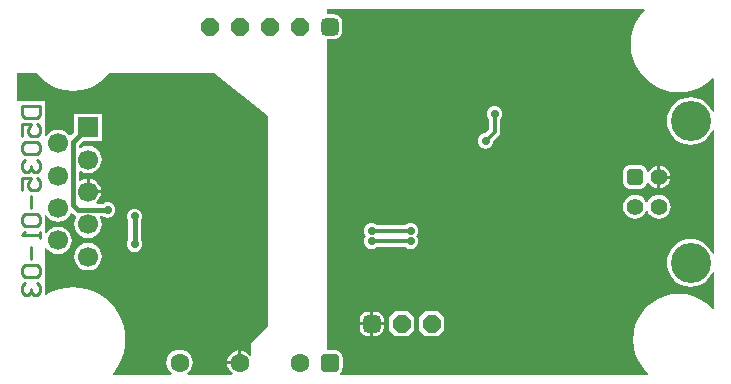
<source format=gbl>
G04*
G04 #@! TF.GenerationSoftware,Altium Limited,Altium Designer,20.1.12 (249)*
G04*
G04 Layer_Physical_Order=2*
G04 Layer_Color=16711680*
%FSLAX25Y25*%
%MOIN*%
G70*
G04*
G04 #@! TF.SameCoordinates,324E50B1-46C9-4148-88D5-78795315F549*
G04*
G04*
G04 #@! TF.FilePolarity,Positive*
G04*
G01*
G75*
%ADD62C,0.01181*%
%ADD63C,0.01575*%
G04:AMPARAMS|DCode=68|XSize=59.06mil|YSize=59.06mil|CornerRadius=14.76mil|HoleSize=0mil|Usage=FLASHONLY|Rotation=0.000|XOffset=0mil|YOffset=0mil|HoleType=Round|Shape=RoundedRectangle|*
%AMROUNDEDRECTD68*
21,1,0.05906,0.02953,0,0,0.0*
21,1,0.02953,0.05906,0,0,0.0*
1,1,0.02953,0.01476,-0.01476*
1,1,0.02953,-0.01476,-0.01476*
1,1,0.02953,-0.01476,0.01476*
1,1,0.02953,0.01476,0.01476*
%
%ADD68ROUNDEDRECTD68*%
%ADD69P,0.06392X8X22.5*%
%ADD70C,0.13386*%
%ADD71C,0.05512*%
G04:AMPARAMS|DCode=72|XSize=55.12mil|YSize=55.12mil|CornerRadius=13.78mil|HoleSize=0mil|Usage=FLASHONLY|Rotation=90.000|XOffset=0mil|YOffset=0mil|HoleType=Round|Shape=RoundedRectangle|*
%AMROUNDEDRECTD72*
21,1,0.05512,0.02756,0,0,90.0*
21,1,0.02756,0.05512,0,0,90.0*
1,1,0.02756,0.01378,0.01378*
1,1,0.02756,0.01378,-0.01378*
1,1,0.02756,-0.01378,-0.01378*
1,1,0.02756,-0.01378,0.01378*
%
%ADD72ROUNDEDRECTD72*%
%ADD73R,0.06693X0.06693*%
%ADD74C,0.06693*%
%ADD75C,0.06299*%
G04:AMPARAMS|DCode=76|XSize=62.99mil|YSize=62.99mil|CornerRadius=15.75mil|HoleSize=0mil|Usage=FLASHONLY|Rotation=0.000|XOffset=0mil|YOffset=0mil|HoleType=Round|Shape=RoundedRectangle|*
%AMROUNDEDRECTD76*
21,1,0.06299,0.03150,0,0,0.0*
21,1,0.03150,0.06299,0,0,0.0*
1,1,0.03150,0.01575,-0.01575*
1,1,0.03150,-0.01575,-0.01575*
1,1,0.03150,-0.01575,0.01575*
1,1,0.03150,0.01575,0.01575*
%
%ADD76ROUNDEDRECTD76*%
%ADD77C,0.02756*%
%ADD78C,0.01000*%
G36*
X87500Y90261D02*
X87500Y20000D01*
X81957Y14457D01*
Y10481D01*
X81457Y10311D01*
X80959Y10960D01*
X80093Y11625D01*
X79083Y12043D01*
X78500Y12120D01*
Y8000D01*
X78000D01*
Y7500D01*
X73880D01*
X73957Y6917D01*
X74375Y5907D01*
X75041Y5040D01*
X75783Y4471D01*
X75632Y3971D01*
X60716D01*
X60546Y4471D01*
X61102Y4898D01*
X61799Y5806D01*
X62238Y6865D01*
X62387Y8000D01*
X62238Y9136D01*
X61799Y10194D01*
X61102Y11102D01*
X60194Y11799D01*
X59136Y12238D01*
X58000Y12387D01*
X56865Y12238D01*
X55806Y11799D01*
X54898Y11102D01*
X54201Y10194D01*
X53762Y9136D01*
X53613Y8000D01*
X53762Y6865D01*
X54201Y5806D01*
X54898Y4898D01*
X55454Y4471D01*
X55284Y3971D01*
X35985D01*
X35778Y4426D01*
X36372Y5103D01*
X37643Y7005D01*
X38655Y9057D01*
X39390Y11223D01*
X39836Y13466D01*
X39985Y15748D01*
X39836Y18030D01*
X39390Y20274D01*
X38655Y22439D01*
X37643Y24491D01*
X36372Y26392D01*
X34864Y28112D01*
X33145Y29620D01*
X31243Y30891D01*
X29191Y31903D01*
X27026Y32638D01*
X24782Y33084D01*
X22500Y33233D01*
X20218Y33084D01*
X17974Y32638D01*
X15809Y31903D01*
X13757Y30891D01*
X13541Y30746D01*
X13100Y30982D01*
Y46302D01*
X13600Y46394D01*
X14257Y45537D01*
X15207Y44808D01*
X16313Y44350D01*
X17500Y44194D01*
X18687Y44350D01*
X19793Y44808D01*
X20743Y45537D01*
X21471Y46487D01*
X21929Y47593D01*
X22086Y48779D01*
X21929Y49966D01*
X21471Y51072D01*
X20743Y52022D01*
X19793Y52751D01*
X18687Y53209D01*
X17500Y53365D01*
X16313Y53209D01*
X15207Y52751D01*
X14257Y52022D01*
X13600Y51165D01*
X13100Y51257D01*
Y57089D01*
X13600Y57181D01*
X14257Y56324D01*
X15207Y55596D01*
X16313Y55137D01*
X17500Y54981D01*
X18687Y55137D01*
X19793Y55596D01*
X20743Y56324D01*
X21471Y57274D01*
X21706Y57841D01*
X22196Y57938D01*
X22567Y57567D01*
X23224Y57128D01*
X23465Y57080D01*
X23641Y56612D01*
X23529Y56466D01*
X23071Y55360D01*
X22914Y54173D01*
X23071Y52986D01*
X23529Y51880D01*
X24257Y50931D01*
X25207Y50202D01*
X26313Y49744D01*
X27500Y49588D01*
X28687Y49744D01*
X29793Y50202D01*
X30743Y50931D01*
X31471Y51880D01*
X31929Y52986D01*
X32086Y54173D01*
X31929Y55360D01*
X31471Y56466D01*
X31426Y56525D01*
X31647Y56974D01*
X32406D01*
X32700Y56748D01*
X33327Y56488D01*
X34000Y56400D01*
X34673Y56488D01*
X35300Y56748D01*
X35839Y57161D01*
X36252Y57700D01*
X36512Y58327D01*
X36600Y59000D01*
X36512Y59673D01*
X36252Y60300D01*
X35839Y60839D01*
X35300Y61252D01*
X34673Y61512D01*
X34000Y61600D01*
X33327Y61512D01*
X32700Y61252D01*
X32406Y61026D01*
X30334D01*
X30164Y61526D01*
X30600Y61861D01*
X31297Y62769D01*
X31735Y63826D01*
X31818Y64461D01*
X27500D01*
Y64961D01*
X27000D01*
Y69279D01*
X26365Y69195D01*
X25308Y68757D01*
X24975Y68502D01*
X24526Y68723D01*
Y71734D01*
X24975Y71955D01*
X25207Y71777D01*
X26313Y71319D01*
X27500Y71162D01*
X28687Y71319D01*
X29793Y71777D01*
X30743Y72505D01*
X31471Y73455D01*
X31929Y74561D01*
X32086Y75748D01*
X31929Y76935D01*
X31471Y78041D01*
X30743Y78991D01*
X29793Y79719D01*
X28687Y80177D01*
X27500Y80334D01*
X26313Y80177D01*
X25207Y79719D01*
X24975Y79541D01*
X24526Y79762D01*
Y80696D01*
X25819Y81989D01*
X32046D01*
Y91082D01*
X22954D01*
Y84855D01*
X21855Y83756D01*
X21191Y83799D01*
X20743Y84384D01*
X19793Y85113D01*
X18687Y85571D01*
X17500Y85727D01*
X16313Y85571D01*
X15207Y85113D01*
X14257Y84384D01*
X13600Y83527D01*
X13100Y83620D01*
Y95100D01*
X3971D01*
Y104500D01*
X10405D01*
X11520Y103194D01*
X13373Y101611D01*
X15451Y100338D01*
X17702Y99406D01*
X20071Y98837D01*
X22500Y98646D01*
X24929Y98837D01*
X27298Y99406D01*
X29549Y100338D01*
X31627Y101611D01*
X33479Y103194D01*
X34595Y104500D01*
X69500D01*
X87500Y90261D01*
D02*
G37*
G36*
X212997Y125739D02*
X213047Y125450D01*
X211455Y123585D01*
X210142Y121443D01*
X209180Y119122D01*
X208594Y116678D01*
X208396Y114173D01*
X208594Y111668D01*
X209180Y109225D01*
X210142Y106903D01*
X211455Y104761D01*
X213087Y102850D01*
X214997Y101218D01*
X217140Y99905D01*
X219461Y98944D01*
X221904Y98357D01*
X224410Y98160D01*
X226915Y98357D01*
X229358Y98944D01*
X231679Y99905D01*
X233822Y101218D01*
X235686Y102811D01*
X235975Y102761D01*
X236187Y102683D01*
Y91650D01*
X235686Y91576D01*
X235674Y91618D01*
X234941Y92989D01*
X233955Y94191D01*
X232753Y95177D01*
X231382Y95910D01*
X229894Y96361D01*
X228346Y96514D01*
X226799Y96361D01*
X225311Y95910D01*
X223940Y95177D01*
X222738Y94191D01*
X221752Y92989D01*
X221019Y91618D01*
X220568Y90130D01*
X220415Y88583D01*
X220568Y87035D01*
X221019Y85548D01*
X221752Y84176D01*
X222738Y82974D01*
X223940Y81988D01*
X225311Y81255D01*
X226799Y80804D01*
X228346Y80652D01*
X229894Y80804D01*
X231382Y81255D01*
X232753Y81988D01*
X233955Y82974D01*
X234941Y84176D01*
X235674Y85548D01*
X235686Y85589D01*
X236187Y85515D01*
Y44406D01*
X235686Y44332D01*
X235674Y44374D01*
X234941Y45745D01*
X233955Y46947D01*
X232753Y47933D01*
X231382Y48666D01*
X229894Y49117D01*
X228346Y49270D01*
X226799Y49117D01*
X225311Y48666D01*
X223940Y47933D01*
X222738Y46947D01*
X221752Y45745D01*
X221019Y44374D01*
X220568Y42886D01*
X220415Y41339D01*
X220568Y39791D01*
X221019Y38304D01*
X221752Y36932D01*
X222738Y35730D01*
X223940Y34744D01*
X225311Y34011D01*
X226799Y33560D01*
X228346Y33408D01*
X229894Y33560D01*
X231382Y34011D01*
X232753Y34744D01*
X233955Y35730D01*
X234941Y36932D01*
X235674Y38304D01*
X235686Y38345D01*
X236187Y38271D01*
Y26049D01*
X235718Y25876D01*
X235174Y26513D01*
X233358Y28064D01*
X231321Y29312D01*
X229114Y30226D01*
X226791Y30784D01*
X224410Y30971D01*
X222028Y30784D01*
X219705Y30226D01*
X217498Y29312D01*
X215461Y28064D01*
X213645Y26513D01*
X212093Y24696D01*
X210845Y22659D01*
X209931Y20452D01*
X209374Y18129D01*
X209186Y15748D01*
X209374Y13367D01*
X209931Y11044D01*
X210845Y8837D01*
X212093Y6800D01*
X213645Y4984D01*
X214281Y4440D01*
X214108Y3971D01*
X111756D01*
X111591Y4358D01*
X111573Y4471D01*
X111999Y5026D01*
X112278Y5701D01*
X112373Y6425D01*
Y9575D01*
X112278Y10299D01*
X111999Y10974D01*
X111554Y11554D01*
X110974Y11999D01*
X110299Y12278D01*
X109575Y12374D01*
X107000D01*
Y115824D01*
X109476D01*
X110175Y115916D01*
X110826Y116186D01*
X111385Y116615D01*
X111814Y117174D01*
X112084Y117825D01*
X112176Y118524D01*
Y121476D01*
X112084Y122175D01*
X111814Y122826D01*
X111385Y123385D01*
X110826Y123814D01*
X110175Y124084D01*
X109476Y124176D01*
X107000D01*
Y125950D01*
X212919D01*
X212997Y125739D01*
D02*
G37*
%LPC*%
G36*
X28000Y69279D02*
Y65461D01*
X31818D01*
X31735Y66095D01*
X31297Y67153D01*
X30600Y68061D01*
X29692Y68757D01*
X28635Y69195D01*
X28000Y69279D01*
D02*
G37*
G36*
X43000Y59366D02*
X42327Y59277D01*
X41700Y59017D01*
X41161Y58604D01*
X40748Y58065D01*
X40488Y57438D01*
X40400Y56765D01*
X40488Y56092D01*
X40748Y55465D01*
X40974Y55171D01*
Y49094D01*
X40748Y48800D01*
X40488Y48173D01*
X40400Y47500D01*
X40488Y46827D01*
X40748Y46200D01*
X41161Y45661D01*
X41700Y45248D01*
X42327Y44988D01*
X43000Y44900D01*
X43673Y44988D01*
X44300Y45248D01*
X44839Y45661D01*
X45252Y46200D01*
X45512Y46827D01*
X45600Y47500D01*
X45512Y48173D01*
X45252Y48800D01*
X45026Y49094D01*
Y55171D01*
X45252Y55465D01*
X45512Y56092D01*
X45600Y56765D01*
X45512Y57438D01*
X45252Y58065D01*
X44839Y58604D01*
X44300Y59017D01*
X43673Y59277D01*
X43000Y59366D01*
D02*
G37*
G36*
X27500Y47971D02*
X26313Y47815D01*
X25207Y47357D01*
X24257Y46628D01*
X23529Y45679D01*
X23071Y44573D01*
X22914Y43386D01*
X23071Y42199D01*
X23529Y41093D01*
X24257Y40143D01*
X25207Y39415D01*
X26313Y38956D01*
X27500Y38800D01*
X28687Y38956D01*
X29793Y39415D01*
X30743Y40143D01*
X31471Y41093D01*
X31929Y42199D01*
X32086Y43386D01*
X31929Y44573D01*
X31471Y45679D01*
X30743Y46628D01*
X29793Y47357D01*
X28687Y47815D01*
X27500Y47971D01*
D02*
G37*
G36*
X77500Y12120D02*
X76917Y12043D01*
X75907Y11625D01*
X75041Y10960D01*
X74375Y10093D01*
X73957Y9083D01*
X73880Y8500D01*
X77500D01*
Y12120D01*
D02*
G37*
G36*
X163000Y93600D02*
X162327Y93512D01*
X161700Y93252D01*
X161161Y92839D01*
X160748Y92300D01*
X160488Y91673D01*
X160400Y91000D01*
X160488Y90327D01*
X160748Y89700D01*
X161161Y89161D01*
X161174Y89151D01*
Y85756D01*
X160016Y84598D01*
X160000Y84600D01*
X159327Y84512D01*
X158700Y84252D01*
X158161Y83839D01*
X157748Y83300D01*
X157488Y82673D01*
X157400Y82000D01*
X157488Y81327D01*
X157748Y80700D01*
X158161Y80161D01*
X158700Y79748D01*
X159327Y79488D01*
X160000Y79400D01*
X160673Y79488D01*
X161300Y79748D01*
X161839Y80161D01*
X162252Y80700D01*
X162512Y81327D01*
X162600Y82000D01*
X162598Y82016D01*
X164291Y83709D01*
X164291Y83709D01*
X164687Y84301D01*
X164826Y85000D01*
X164826Y85000D01*
Y89151D01*
X164839Y89161D01*
X165252Y89700D01*
X165512Y90327D01*
X165600Y91000D01*
X165512Y91673D01*
X165252Y92300D01*
X164839Y92839D01*
X164300Y93252D01*
X163673Y93512D01*
X163000Y93600D01*
D02*
G37*
G36*
X218216Y73604D02*
Y70382D01*
X221439D01*
X221376Y70862D01*
X220997Y71776D01*
X220395Y72561D01*
X219611Y73163D01*
X218697Y73541D01*
X218216Y73604D01*
D02*
G37*
G36*
X221439Y69382D02*
X218216D01*
Y66159D01*
X218697Y66223D01*
X219611Y66601D01*
X220395Y67203D01*
X220997Y67988D01*
X221376Y68901D01*
X221439Y69382D01*
D02*
G37*
G36*
X211221Y73860D02*
X208465D01*
X207792Y73771D01*
X207165Y73512D01*
X206626Y73098D01*
X206213Y72560D01*
X205953Y71933D01*
X205864Y71260D01*
Y68504D01*
X205953Y67831D01*
X206213Y67204D01*
X206626Y66665D01*
X207165Y66252D01*
X207792Y65992D01*
X208465Y65904D01*
X211221D01*
X211893Y65992D01*
X212521Y66252D01*
X213059Y66665D01*
X213472Y67204D01*
X213732Y67831D01*
X213787Y68248D01*
X214300Y68315D01*
X214436Y67988D01*
X215038Y67203D01*
X215822Y66601D01*
X216736Y66223D01*
X217216Y66159D01*
Y69882D01*
Y73604D01*
X216736Y73541D01*
X215822Y73163D01*
X215038Y72561D01*
X214436Y71776D01*
X214300Y71449D01*
X213787Y71516D01*
X213732Y71933D01*
X213472Y72560D01*
X213059Y73098D01*
X212521Y73512D01*
X211893Y73771D01*
X211221Y73860D01*
D02*
G37*
G36*
X217717Y64029D02*
X216684Y63893D01*
X215722Y63495D01*
X214895Y62861D01*
X214261Y62034D01*
X214050Y61525D01*
X213509D01*
X213298Y62034D01*
X212664Y62861D01*
X211838Y63495D01*
X210875Y63893D01*
X209842Y64029D01*
X208810Y63893D01*
X207847Y63495D01*
X207021Y62861D01*
X206387Y62034D01*
X205988Y61072D01*
X205853Y60039D01*
X205988Y59007D01*
X206387Y58044D01*
X207021Y57218D01*
X207847Y56584D01*
X208810Y56185D01*
X209842Y56049D01*
X210875Y56185D01*
X211838Y56584D01*
X212664Y57218D01*
X213298Y58044D01*
X213509Y58554D01*
X214050D01*
X214261Y58044D01*
X214895Y57218D01*
X215722Y56584D01*
X216684Y56185D01*
X217717Y56049D01*
X218749Y56185D01*
X219712Y56584D01*
X220538Y57218D01*
X221172Y58044D01*
X221571Y59007D01*
X221707Y60039D01*
X221571Y61072D01*
X221172Y62034D01*
X220538Y62861D01*
X219712Y63495D01*
X218749Y63893D01*
X217717Y64029D01*
D02*
G37*
G36*
X135000Y54600D02*
X134327Y54512D01*
X133700Y54252D01*
X133161Y53839D01*
X133151Y53826D01*
X123849D01*
X123839Y53839D01*
X123300Y54252D01*
X122673Y54512D01*
X122000Y54600D01*
X121327Y54512D01*
X120700Y54252D01*
X120161Y53839D01*
X119748Y53300D01*
X119488Y52673D01*
X119400Y52000D01*
X119488Y51327D01*
X119748Y50700D01*
X120093Y50250D01*
X119748Y49800D01*
X119488Y49173D01*
X119400Y48500D01*
X119488Y47827D01*
X119748Y47200D01*
X120161Y46661D01*
X120700Y46248D01*
X121327Y45988D01*
X122000Y45900D01*
X122673Y45988D01*
X123300Y46248D01*
X123839Y46661D01*
X123849Y46674D01*
X133151D01*
X133161Y46661D01*
X133700Y46248D01*
X134327Y45988D01*
X135000Y45900D01*
X135673Y45988D01*
X136300Y46248D01*
X136839Y46661D01*
X137252Y47200D01*
X137512Y47827D01*
X137600Y48500D01*
X137512Y49173D01*
X137252Y49800D01*
X136907Y50250D01*
X137252Y50700D01*
X137512Y51327D01*
X137600Y52000D01*
X137512Y52673D01*
X137252Y53300D01*
X136839Y53839D01*
X136300Y54252D01*
X135673Y54512D01*
X135000Y54600D01*
D02*
G37*
G36*
X123476Y25001D02*
X122500D01*
Y21500D01*
X126001D01*
Y22476D01*
X125809Y23443D01*
X125262Y24262D01*
X124443Y24809D01*
X123476Y25001D01*
D02*
G37*
G36*
X121500D02*
X120524D01*
X119557Y24809D01*
X118738Y24262D01*
X118191Y23443D01*
X117999Y22476D01*
Y21500D01*
X121500D01*
Y25001D01*
D02*
G37*
G36*
X126001Y20500D02*
X122500D01*
Y16999D01*
X123476D01*
X124443Y17191D01*
X125262Y17738D01*
X125809Y18557D01*
X126001Y19524D01*
Y20500D01*
D02*
G37*
G36*
X121500D02*
X117999D01*
Y19524D01*
X118191Y18557D01*
X118738Y17738D01*
X119557Y17191D01*
X120524Y16999D01*
X121500D01*
Y20500D01*
D02*
G37*
G36*
X144076Y25153D02*
X139924D01*
X137847Y23076D01*
Y18924D01*
X139924Y16847D01*
X144076D01*
X146153Y18924D01*
Y23076D01*
X144076Y25153D01*
D02*
G37*
G36*
X134076D02*
X129924D01*
X127847Y23076D01*
Y18924D01*
X129924Y16847D01*
X134076D01*
X136153Y18924D01*
Y23076D01*
X134076Y25153D01*
D02*
G37*
%LPD*%
D62*
X160000Y82000D02*
X163000Y85000D01*
Y91000D01*
X122000Y52000D02*
X135000D01*
X122000Y48500D02*
X135000D01*
D63*
X22500Y81535D02*
X27500Y86535D01*
X22500Y60500D02*
Y81535D01*
Y60500D02*
X24000Y59000D01*
X34000D01*
X43000Y47500D02*
Y56765D01*
D68*
X122000Y21000D02*
D03*
X108000Y120000D02*
D03*
D69*
X132000Y21000D02*
D03*
X142000D02*
D03*
X98000Y120000D02*
D03*
X88000D02*
D03*
X78000D02*
D03*
X68000D02*
D03*
D70*
X228346Y41339D02*
D03*
Y88583D02*
D03*
D71*
X217717Y60039D02*
D03*
Y69882D02*
D03*
X209842Y60039D02*
D03*
D72*
Y69882D02*
D03*
D73*
X27500Y86535D02*
D03*
D74*
Y75748D02*
D03*
Y64961D02*
D03*
Y54173D02*
D03*
Y43386D02*
D03*
X17500Y81142D02*
D03*
Y70354D02*
D03*
Y59567D02*
D03*
Y48779D02*
D03*
D75*
X78000Y8000D02*
D03*
X58000D02*
D03*
X98000D02*
D03*
D76*
X108000Y8000D02*
D03*
D77*
X115500Y90500D02*
D03*
X160000Y82000D02*
D03*
X163000Y91000D02*
D03*
X152000Y92000D02*
D03*
X133500Y109500D02*
D03*
X112500Y124500D02*
D03*
X108500Y14500D02*
D03*
X34000Y59000D02*
D03*
X43000Y56765D02*
D03*
X196000Y79000D02*
D03*
X139000Y9500D02*
D03*
X84000Y58500D02*
D03*
X80000Y32000D02*
D03*
X71000Y38000D02*
D03*
X78500Y49500D02*
D03*
Y81500D02*
D03*
X71500Y69500D02*
D03*
X84500Y90500D02*
D03*
X43000Y47500D02*
D03*
X44000Y28000D02*
D03*
X52000Y60000D02*
D03*
Y72000D02*
D03*
X122000Y48500D02*
D03*
Y52000D02*
D03*
X135000Y48500D02*
D03*
Y52000D02*
D03*
X133000Y59000D02*
D03*
X185000Y25000D02*
D03*
X178000Y79000D02*
D03*
X175000Y36000D02*
D03*
X117500Y33500D02*
D03*
X198000Y99000D02*
D03*
X207000Y95000D02*
D03*
X200500Y54000D02*
D03*
X159500Y24500D02*
D03*
X40000Y102500D02*
D03*
X113000Y63000D02*
D03*
D78*
X5502Y93500D02*
X11500D01*
Y90501D01*
X10500Y89501D01*
X6502D01*
X5502Y90501D01*
Y93500D01*
Y83503D02*
Y87502D01*
X8501D01*
X7501Y85503D01*
Y84503D01*
X8501Y83503D01*
X10500D01*
X11500Y84503D01*
Y86502D01*
X10500Y87502D01*
X6502Y81504D02*
X5502Y80504D01*
Y78505D01*
X6502Y77505D01*
X10500D01*
X11500Y78505D01*
Y80504D01*
X10500Y81504D01*
X6502D01*
Y75506D02*
X5502Y74506D01*
Y72507D01*
X6502Y71507D01*
X7501D01*
X8501Y72507D01*
Y73506D01*
Y72507D01*
X9501Y71507D01*
X10500D01*
X11500Y72507D01*
Y74506D01*
X10500Y75506D01*
X5502Y65509D02*
Y69508D01*
X8501D01*
X7501Y67508D01*
Y66509D01*
X8501Y65509D01*
X10500D01*
X11500Y66509D01*
Y68508D01*
X10500Y69508D01*
X8501Y63510D02*
Y59511D01*
X6502Y57512D02*
X5502Y56512D01*
Y54513D01*
X6502Y53513D01*
X10500D01*
X11500Y54513D01*
Y56512D01*
X10500Y57512D01*
X6502D01*
X11500Y51514D02*
Y49514D01*
Y50514D01*
X5502D01*
X6502Y51514D01*
X8501Y46515D02*
Y42516D01*
X6502Y40517D02*
X5502Y39518D01*
Y37518D01*
X6502Y36518D01*
X10500D01*
X11500Y37518D01*
Y39518D01*
X10500Y40517D01*
X6502D01*
Y34519D02*
X5502Y33519D01*
Y31520D01*
X6502Y30520D01*
X7501D01*
X8501Y31520D01*
Y32520D01*
Y31520D01*
X9501Y30520D01*
X10500D01*
X11500Y31520D01*
Y33519D01*
X10500Y34519D01*
M02*

</source>
